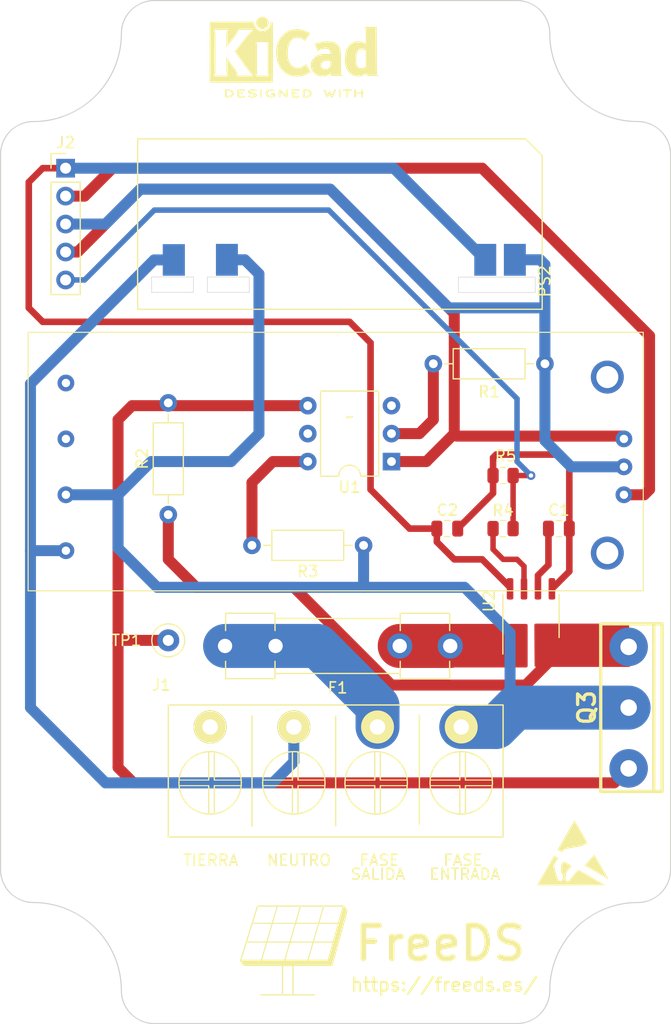
<source format=kicad_pcb>
(kicad_pcb (version 20221018) (generator pcbnew)
  (layers (0 "F.Cu" signal) (31 "B.Cu" signal) (34 "B.Paste" user) (35 "F.Paste" user) (36 "B.SilkS" user "B.Silkscreen") (37 "F.SilkS" user "F.Silkscreen") (38 "B.Mask" user) (39 "F.Mask" user) (44 "Edge.Cuts" user))
  (net 0 "")
  (net 1 "/Lout")
  (net 2 "/N")
  (net 3 "/Lin")
  (net 4 "/GND")
  (net 5 "/+5V")
  (net 6 "Net-(Q3-G)")
  (net 7 "/PWM")
  (net 10 "/3V3")
  (net 11 "Earth")
  (net 12 "/A2_FUSE")
  (net 13 "Net-(R1-Pad1)")
  (net 14 "Net-(R3-Pad2)")
  (net 17 "Net-(U2-FILTER)")
  (net 18 "Net-(U2-VIOUT)")
  (net 19 "Net-(F1-Pad2)")
  (net 20 "/EN")
  (footprint "TestPoint:TestPoint_Loop_D2.50mm_Drill1.0mm" (layer "F.Cu") (at 142.24 108.966)
    (fp_text reference "TP1" (at -3.81 0) (layer "F.SilkS"))
    (fp_text value "TestPoint_Probe" hide)
    (pad "1" thru_hole circle (at 0 0) (size 2 2) (drill 1) (layers "*.Cu" "*.Mask") (net 6 "Net-(Q3-G)"))
  )
  (footprint "Converter_ACDC:5V10W" (layer "F.Cu") (at 169.93 76.325 180)
    (fp_text reference "PS2" (at -6.58 0 90) (layer "F.SilkS"))
    (fp_text value "HLK-5M03" hide)
    (fp_line (start -5.715 -1.016) (end 1.27 -1.016) (stroke (width 0.05)) (layer "Edge.Cuts"))
    (fp_line (start -5.715 0.381) (end -5.715 -1.016) (stroke (width 0.05)) (layer "Edge.Cuts"))
    (fp_line (start 1.27 -1.016) (end 1.27 0.381) (stroke (width 0.05)) (layer "Edge.Cuts"))
    (fp_line (start 1.27 0.381) (end -5.715 0.381) (stroke (width 0.05)) (layer "Edge.Cuts"))
    (fp_line (start 20.32 -1.0033) (end 24.13 -1.0033) (stroke (width 0.05)) (layer "Edge.Cuts"))
    (fp_line (start 20.32 0.3937) (end 20.32 -1.0033) (stroke (width 0.05)) (layer "Edge.Cuts"))
    (fp_line (start 24.13 -1.0033) (end 24.13 0.3937) (stroke (width 0.05)) (layer "Edge.Cuts"))
    (fp_line (start 24.13 0.3937) (end 20.32 0.3937) (stroke (width 0.05)) (layer "Edge.Cuts"))
    (fp_line (start 25.4 -1.0033) (end 29.21 -1.0033) (stroke (width 0.05)) (layer "Edge.Cuts"))
    (fp_line (start 25.4 0.3937) (end 25.4 -1.0033) (stroke (width 0.05)) (layer "Edge.Cuts"))
    (fp_line (start 29.21 -1.0033) (end 29.21 0.3937) (stroke (width 0.05)) (layer "Edge.Cuts"))
    (fp_line (start 29.21 0.3937) (end 25.4 0.3937) (stroke (width 0.05)) (layer "Edge.Cuts"))
    (pad "1" smd rect (at 22.352 1.9565 180) (size 2 2.897) (layers "B.Cu" "B.Paste" "B.Mask") (net 3 "/Lin"))
    (pad "2" smd rect (at 27.186 1.9438 180) (size 2.016 2.8716) (layers "B.Cu" "B.Paste" "B.Mask") (net 2 "/N"))
    (pad "3" smd rect (at -3.8608 1.9565 180) (size 2 2.897) (layers "B.Cu" "B.Paste" "B.Mask") (net 4 "/GND"))
    (pad "4" smd rect (at -1.1684 1.9565 180) (size 2 2.897) (layers "B.Cu" "B.Paste" "B.Mask") (net 5 "/+5V"))
  )
  (footprint "Package_SO:SOIC-8_3.9x4.9mm_P1.27mm" (layer "F.Cu") (at 175.26 106.7562 90)
    (fp_text reference "U2" (at 1.3462 -3.81 90) (layer "F.SilkS"))
    (fp_text value "ACS712xLCTR-30A" hide)
    (pad "1" smd roundrect (at -2.475 -1.905 90) (size 1.95 0.6) (layers "F.Cu" "F.Paste" "F.Mask") (net 19 "Net-(F1-Pad2)"))
    (pad "2" smd roundrect (at -2.475 -0.635 90) (size 1.95 0.6) (layers "F.Cu" "F.Paste" "F.Mask") (net 19 "Net-(F1-Pad2)"))
    (pad "3" smd roundrect (at -2.475 0.635 90) (size 1.95 0.6) (layers "F.Cu" "F.Paste" "F.Mask") (net 12 "/A2_FUSE"))
    (pad "4" smd roundrect (at -2.475 1.905 90) (size 1.95 0.6) (layers "F.Cu" "F.Paste" "F.Mask") (net 12 "/A2_FUSE"))
    (pad "5" smd roundrect (at 2.475 1.905 90) (size 1.95 0.6) (layers "F.Cu" "F.Paste" "F.Mask") (net 4 "/GND"))
    (pad "6" smd roundrect (at 2.475 0.635 90) (size 1.95 0.6) (layers "F.Cu" "F.Paste" "F.Mask") (net 17 "Net-(U2-FILTER)"))
    (pad "7" smd roundrect (at 2.475 -0.635 90) (size 1.95 0.6) (layers "F.Cu" "F.Paste" "F.Mask") (net 18 "Net-(U2-VIOUT)"))
    (pad "8" smd roundrect (at 2.475 -1.905 90) (size 1.95 0.6) (layers "F.Cu" "F.Paste" "F.Mask") (net 5 "/+5V"))
  )
  (footprint "Symbol:ESD-Logo_6.6x6mm_SilkScreen" (layer "F.Cu") (at 179.07 128.27)
    (fp_text reference "REF**" hide)
    (fp_text value "ESD-Logo_6.6x6mm_SilkScreen" hide)
  )
  (footprint "MountingHole:MountingHole_3.2mm_M3" (layer "F.Cu") (at 171.45 57.785)
    (fp_text reference "H1" hide)
    (fp_text value "MountingHole")
    (pad "" np_thru_hole circle (at 0 0) (size 3.2 3.2) (drill 3.2) (layers "*.Cu" "*.Mask"))
  )
  (footprint "Resistor_SMD:R_0805_2012Metric" (layer "F.Cu") (at 172.72 98.806)
    (fp_text reference "R4" (at 0 -1.65) (layer "F.SilkS"))
    (fp_text value "1K")
    (pad "1" smd roundrect (at -0.9125 0) (size 1.025 1.4) (layers "F.Cu" "F.Paste" "F.Mask") (roundrect_rratio 0.243902439) (net 18 "Net-(U2-VIOUT)"))
    (pad "2" smd roundrect (at 0.9125 0) (size 1.025 1.4) (layers "F.Cu" "F.Paste" "F.Mask") (roundrect_rratio 0.243902439) (net 20 "/EN"))
  )
  (footprint "Package_DIP:DIP-6_W7.62mm" (layer "F.Cu") (at 162.56 92.71 180)
    (fp_text reference "U1" (at 3.81 -2.33 180) (layer "F.SilkS"))
    (fp_text value "MOC3041M")
    (pad "1" thru_hole rect (at 0 0 180) (size 1.6 1.6) (drill 0.8) (layers "*.Cu" "*.Mask") (net 7 "/PWM"))
    (pad "2" thru_hole oval (at 0 2.54 180) (size 1.6 1.6) (drill 0.8) (layers "*.Cu" "*.Mask") (net 13 "Net-(R1-Pad1)"))
    (pad "3" thru_hole oval (at 0 5.08 180) (size 1.6 1.6) (drill 0.8) (layers "*.Cu" "*.Mask"))
    (pad "4" thru_hole oval (at 7.62 5.08 180) (size 1.6 1.6) (drill 0.8) (layers "*.Cu" "*.Mask") (net 6 "Net-(Q3-G)"))
    (pad "5" thru_hole oval (at 7.62 2.54 180) (size 1.6 1.6) (drill 0.8) (layers "*.Cu" "*.Mask"))
    (pad "6" thru_hole oval (at 7.62 0 180) (size 1.6 1.6) (drill 0.8) (layers "*.Cu" "*.Mask") (net 14 "Net-(R3-Pad2)"))
  )
  (footprint "Connector_PinHeader_2.54mm:PinHeader_1x05_P2.54mm_Vertical" (layer "F.Cu") (at 132.8928 66.04)
    (fp_text reference "J2" (at 0 -2.33) (layer "F.SilkS"))
    (fp_text value "Conn_01x05")
    (pad "1" thru_hole rect (at 0 0) (size 1.7 1.7) (drill 1) (layers "*.Cu" "*.Mask") (net 5 "/+5V"))
    (pad "2" thru_hole oval (at 0 2.54) (size 1.7 1.7) (drill 1) (layers "*.Cu" "*.Mask") (net 10 "/3V3"))
    (pad "3" thru_hole oval (at 0 5.08) (size 1.7 1.7) (drill 1) (layers "*.Cu" "*.Mask") (net 4 "/GND"))
    (pad "4" thru_hole oval (at 0 7.62) (size 1.7 1.7) (drill 1) (layers "*.Cu" "*.Mask") (net 7 "/PWM"))
    (pad "5" thru_hole oval (at 0 10.16) (size 1.7 1.7) (drill 1) (layers "*.Cu" "*.Mask") (net 20 "/EN"))
  )
  (footprint "MountingHole:MountingHole_3.2mm_M3" (layer "F.Cu") (at 142.958 133.769)
    (fp_text reference "H2" hide)
    (fp_text value "MountingHole")
    (pad "" np_thru_hole circle (at 0 0) (size 3.2 3.2) (drill 3.2) (layers "*.Cu" "*.Mask"))
  )
  (footprint "Resistor_THT:R_Axial_DIN0207_L6.3mm_D2.5mm_P10.16mm_Horizontal" (layer "F.Cu") (at 166.37 83.82)
    (fp_text reference "R1" (at 5.08 2.54) (layer "F.SilkS"))
    (fp_text value "180R")
    (pad "1" thru_hole circle (at 0 0) (size 1.6 1.6) (drill 0.8) (layers "*.Cu" "*.Mask") (net 13 "Net-(R1-Pad1)"))
    (pad "2" thru_hole oval (at 10.16 0) (size 1.6 1.6) (drill 0.8) (layers "*.Cu" "*.Mask") (net 4 "/GND"))
  )
  (footprint "Connector_Phoenix_MC:KF7.62_4P" (layer "F.Cu") (at 161.29 116.84 180)
    (fp_text reference "J1" (at 19.685 3.81 unlocked) (layer "F.SilkS"))
    (fp_text value "Screw_Terminal_01x04")
    (pad "1" thru_hole circle (at -7.62 0 180) (size 3 3) (drill 1.4) (layers "*.Cu" "*.Mask" "F.SilkS") (net 3 "/Lin"))
    (pad "2" thru_hole circle (at 0 0 180) (size 3 3) (drill 1.4) (layers "*.Cu" "*.Mask" "F.SilkS") (net 1 "/Lout"))
    (pad "3" thru_hole circle (at 7.62 0 180) (size 3 3) (drill 1.4) (layers "*.Cu" "*.Mask" "F.SilkS") (net 2 "/N"))
    (pad "4" thru_hole circle (at 15.24 0 180) (size 3 3) (drill 1.4) (layers "*.Cu" "*.Mask" "F.SilkS") (net 11 "Earth"))
  )
  (footprint "Symbol:KiCad-Logo2_6mm_SilkScreen" (layer "F.Cu") (at 153.67 55.245)
    (fp_text reference "REF**" hide)
    (fp_text value "KiCad-Logo2_6mm_SilkScreen" hide)
  )
  (footprint "Resistor_THT:R_Axial_DIN0207_L6.3mm_D2.5mm_P10.16mm_Horizontal" (layer "F.Cu") (at 142.24 97.536 90)
    (fp_text reference "R2" (at 5.08 -2.37 90) (layer "F.SilkS"))
    (fp_text value "330R")
    (pad "1" thru_hole circle (at 0 0 90) (size 1.6 1.6) (drill 0.8) (layers "*.Cu" "*.Mask") (net 12 "/A2_FUSE"))
    (pad "2" thru_hole oval (at 10.16 0 90) (size 1.6 1.6) (drill 0.8) (layers "*.Cu" "*.Mask") (net 6 "Net-(Q3-G)"))
  )
  (footprint "Capacitor_SMD:C_0805_2012Metric" (layer "F.Cu") (at 177.8 98.806)
    (fp_text reference "C1" (at 0 -1.68) (layer "F.SilkS"))
    (fp_text value "1nF")
    (pad "1" smd roundrect (at -0.95 0) (size 1 1.45) (layers "F.Cu" "F.Paste" "F.Mask") (net 17 "Net-(U2-FILTER)"))
    (pad "2" smd roundrect (at 0.95 0) (size 1 1.45) (layers "F.Cu" "F.Paste" "F.Mask") (net 4 "/GND"))
  )
  (footprint "Resistor_SMD:R_0805_2012Metric" (layer "F.Cu") (at 172.72 93.98 180)
    (fp_text reference "R5" (at -0.2305 1.778) (layer "F.SilkS"))
    (fp_text value "2K")
    (pad "1" smd roundrect (at -0.9125 0 180) (size 1.025 1.4) (layers "F.Cu" "F.Paste" "F.Mask") (roundrect_rratio 0.243902439) (net 20 "/EN"))
    (pad "2" smd roundrect (at 0.9125 0 180) (size 1.025 1.4) (layers "F.Cu" "F.Paste" "F.Mask") (roundrect_rratio 0.243902439) (net 4 "/GND"))
  )
  (footprint "Resistor_THT:R_Axial_DIN0207_L6.3mm_D2.5mm_P10.16mm_Horizontal" (layer "F.Cu") (at 160.02 100.33 180)
    (fp_text reference "R3" (at 5.08 -2.37) (layer "F.SilkS"))
    (fp_text value "360R")
    (pad "1" thru_hole circle (at 0 0 180) (size 1.6 1.6) (drill 0.8) (layers "*.Cu" "*.Mask") (net 3 "/Lin"))
    (pad "2" thru_hole oval (at 10.16 0 180) (size 1.6 1.6) (drill 0.8) (layers "*.Cu" "*.Mask") (net 14 "Net-(R3-Pad2)"))
  )
  (footprint "Symbol:FreeDS" (layer "F.Cu") (at 153.67 137.16)
    (fp_text reference "FreeDS" (at 13.335 -0.635) (layer "F.SilkS") (effects (font (size 3 3) (thickness 0.5) bold)))
    (fp_text value "LOGO" hide)
  )
  (footprint "Fuse:Fuseholder_Clip-5x20mm_Littelfuse_100_Inline_P20.50x4.60mm_D1.30mm_Horizontal" (layer "F.Cu") (at 147.4078 109.474)
    (fp_text reference "F1" (at 10.25 3.81) (layer "F.SilkS"))
    (fp_text value "Fuse")
    (pad "1" thru_hole roundrect (at 0 0) (size 2.3 2.3) (drill 1.3) (layers "*.Cu" "*.Mask") (net 1 "/Lout"))
    (pad "1" thru_hole roundrect (at 4.6 0) (size 2.3 2.3) (drill 1.3) (layers "*.Cu" "*.Mask") (net 1 "/Lout"))
    (pad "2" thru_hole circle (at 15.9 0) (size 2.3 2.3) (drill 1.3) (layers "*.Cu" "*.Mask") (net 19 "Net-(F1-Pad2)"))
    (pad "2" thru_hole circle (at 20.5 0) (size 2.3 2.3) (drill 1.3) (layers "*.Cu" "*.Mask") (net 19 "Net-(F1-Pad2)"))
  )
  (footprint "Package_TO_SOT_THT:TOP3_Vertical" (layer "F.Cu") (at 184.15 115.08 -90)
    (fp_text reference "Q3" (at 0 3.81 90) (layer "F.SilkS") (effects (font (size 1.524 1.524) (thickness 0.3048))))
    (fp_text value "BTA26-600BW" hide)
    (pad "1" thru_hole circle (at -5.5245 0 270) (size 3.50012 3.50012) (drill 1.50114) (layers "*.Cu" "*.Mask") (net 12 "/A2_FUSE"))
    (pad "2" thru_hole circle (at 0 0 270) (size 3.50012 3.50012) (drill 1.50114) (layers "*.Cu" "*.Mask") (net 3 "/Lin"))
    (pad "3" thru_hole circle (at 5.5245 0 270) (size 3.50012 3.50012) (drill 1.50114) (layers "*.Cu" "*.Mask") (net 6 "Net-(Q3-G)"))
  )
  (footprint "Module:YYAC-3S PWM TRIAC" (layer "F.Cu") (at 154.94 93.03 180)
    (fp_text reference "U5" hide)
    (fp_text value "~" (at -3.81 4.384 unlocked) (layer "F.SilkS"))
    (pad "" np_thru_hole circle (at -27.27 -8 180) (size 3 3) (drill 2) (layers "*.Cu" "*.Mask"))
    (pad "" np_thru_hole circle (at -27.27 8 180) (size 3 3) (drill 2) (layers "*.Cu" "*.Mask"))
    (pad "1" thru_hole circle (at -28.78 -2.7 180) (size 1.524 1.524) (drill 0.762) (layers "*.Cu" "*.Mask") (net 10 "/3V3"))
    (pad "2" thru_hole circle (at -28.78 -0.16 180) (size 1.524 1.524) (drill 0.762) (layers "*.Cu" "*.Mask") (net 4 "/GND"))
    (pad "3" thru_hole circle (at -28.78 2.38 180) (size 1.524 1.524) (drill 0.762) (layers "*.Cu" "*.Mask") (net 7 "/PWM"))
    (pad "4" thru_hole circle (at 22.02 7.46 180) (size 1.524 1.524) (drill 0.762) (layers "*.Cu" "*.Mask"))
    (pad "5" thru_hole circle (at 22.02 2.38 180) (size 1.524 1.524) (drill 0.762) (layers "*.Cu" "*.Mask"))
    (pad "6" thru_hole circle (at 22.02 -2.7 180) (size 1.524 1.524) (drill 0.762) (layers "*.Cu" "*.Mask") (net 3 "/Lin"))
    (pad "7" thru_hole circle (at 22.02 -7.78 180) (size 1.524 1.524) (drill 0.762) (layers "*.Cu" "*.Mask") (net 2 "/N"))
  )
  (footprint "Capacitor_SMD:C_0805_2012Metric" (layer "F.Cu") (at 167.64 98.806)
    (fp_text reference "C2" (at 0 -1.68) (layer "F.SilkS"))
    (fp_text value "100nF")
    (pad "1" smd roundrect (at -0.95 0) (size 1 1.45) (layers "F.Cu" "F.Paste" "F.Mask") (net 5 "/+5V"))
    (pad "2" smd roundrect (at 0.95 0) (size 1 1.45) (layers "F.Cu" "F.Paste" "F.Mask") (net 4 "/GND"))
  )
  (gr_line (start 126.97 129.8) (end 126.97 64.8) (stroke (width 0.1)) (layer "Edge.Cuts"))
  (gr_arc (start 173.97 50.8) (mid 176.09132 51.67868) (end 176.97 53.8) (stroke (width 0.1)) (layer "Edge.Cuts"))
  (gr_arc (start 187.97 129.8) (mid 187.09132 131.92132) (end 184.97 132.8) (stroke (width 0.1)) (layer "Edge.Cuts"))
  (gr_arc (start 140.97 143.8) (mid 138.84868 142.92132) (end 137.97 140.8) (stroke (width 0.1)) (layer "Edge.Cuts"))
  (gr_line (start 187.97 129.8) (end 187.97 64.8) (stroke (width 0.1)) (layer "Edge.Cuts"))
  (gr_arc (start 184.97 61.8) (mid 187.09132 62.67868) (end 187.97 64.8) (stroke (width 0.1)) (layer "Edge.Cuts"))
  (gr_arc (start 137.97 53.8) (mid 135.626854 59.456854) (end 129.97 61.8) (stroke (width 0.1)) (layer "Edge.Cuts"))
  (gr_arc (start 129.97 132.8) (mid 127.84868 131.92132) (end 126.97 129.8) (stroke (width 0.1)) (layer "Edge.Cuts"))
  (gr_arc (start 176.97 140.8) (mid 176.09132 142.92132) (end 173.97 143.8) (stroke (width 0.1)) (layer "Edge.Cuts"))
  (gr_arc (start 126.97 64.8) (mid 127.84868 62.67868) (end 129.97 61.8) (stroke (width 0.1)) (layer "Edge.Cuts"))
  (gr_arc (start 129.97 132.8) (mid 135.626854 135.143146) (end 137.97 140.8) (stroke (width 0.1)) (layer "Edge.Cuts"))
  (gr_line (start 140.97 143.8) (end 173.97 143.8) (stroke (width 0.1)) (layer "Edge.Cuts"))
  (gr_arc (start 137.97 53.8) (mid 138.84868 51.67868) (end 140.97 50.8) (stroke (width 0.1)) (layer "Edge.Cuts"))
  (gr_arc (start 176.97 140.8) (mid 179.313146 135.143146) (end 184.97 132.8) (stroke (width 0.1)) (layer "Edge.Cuts"))
  (gr_arc (start 184.97 61.8) (mid 179.313146 59.456854) (end 176.97 53.8) (stroke (width 0.1)) (layer "Edge.Cuts"))
  (gr_line (start 173.97 50.8) (end 140.97 50.8) (stroke (width 0.1)) (layer "Edge.Cuts"))
  (gr_text "SALIDA" (at 158.75 130.81) (layer "F.SilkS") (effects (font (size 1 1)) (justify left bottom)))
  (gr_text "NEUTRO\n" (at 151.13 129.54) (layer "F.SilkS") (effects (font (size 1 1)) (justify left bottom)))
  (gr_text "FASE" (at 167.19 129.54) (layer "F.SilkS") (effects (font (size 1 1)) (justify left bottom)))
  (gr_text "https://freeds.es/" (at 158.75 140.97) (layer "F.SilkS") (effects (font (size 1.2 1.2) (thickness 0.2) bold) (justify left bottom)))
  (gr_text "TIERRA" (at 143.51 129.54) (layer "F.SilkS") (effects (font (size 1 1)) (justify left bottom)))
  (gr_text "ENTRADA" (at 165.92 130.81) (layer "F.SilkS") (effects (font (size 1 1)) (justify left bottom)))
  (gr_text "FASE\n" (at 159.57 129.54) (layer "F.SilkS") (effects (font (size 1 1)) (justify left bottom)))
  (segment (start 155.829 109.474) (end 161.29 114.935) (width 4) (layer "B.Cu") (net 1))
  (segment (start 152.0078 109.474) (end 155.829 109.474) (width 4) (layer "B.Cu") (net 1))
  (segment (start 152.0078 109.474) (end 147.4078 109.474) (width 4) (layer "B.Cu") (net 1))
  (segment (start 161.29 114.935) (end 161.29 116.84) (width 4) (layer "B.Cu") (net 1))
  (segment (start 129.695 115.09) (end 129.695 100.81) (width 1) (layer "B.Cu") (net 2))
  (segment (start 136.525 121.92) (end 129.695 115.09) (width 1) (layer "B.Cu") (net 2))
  (segment (start 153.67 116.84) (end 153.67 120.015) (width 1) (layer "B.Cu") (net 2))
  (segment (start 151.765 121.92) (end 136.525 121.92) (width 1) (layer "B.Cu") (net 2))
  (segment (start 129.695 100.81) (end 129.695 85.6388) (width 1) (layer "B.Cu") (net 2))
  (segment (start 129.695 85.6388) (end 140.9526 74.3812) (width 1) (layer "B.Cu") (net 2))
  (segment (start 140.9526 74.3812) (end 142.744 74.3812) (width 1) (layer "B.Cu") (net 2))
  (segment (start 132.92 100.81) (end 129.695 100.81) (width 1) (layer "B.Cu") (net 2))
  (segment (start 153.67 120.015) (end 151.765 121.92) (width 1) (layer "B.Cu") (net 2))
  (segment (start 184.15 115.08) (end 173.355 115.08) (width 1) (layer "B.Cu") (net 3))
  (segment (start 132.92 95.73) (end 137.668 95.73) (width 1) (layer "B.Cu") (net 3))
  (segment (start 141.224 104.14) (end 137.668 100.584) (width 1) (layer "B.Cu") (net 3))
  (segment (start 172.085 116.84) (end 168.91 116.84) (width 4) (layer "B.Cu") (net 3))
  (segment (start 173.845 115.08) (end 172.085 116.84) (width 4) (layer "B.Cu") (net 3))
  (segment (start 160.02 104.14) (end 160.02 100.33) (width 1) (layer "B.Cu") (net 3))
  (segment (start 184.15 115.08) (end 173.845 115.08) (width 4) (layer "B.Cu") (net 3))
  (segment (start 140.688 92.71) (end 147.955 92.71) (width 1) (layer "B.Cu") (net 3))
  (segment (start 150.495 90.17) (end 150.495 75.6505) (width 1) (layer "B.Cu") (net 3))
  (segment (start 137.668 95.73) (end 140.688 92.71) (width 1) (layer "B.Cu") (net 3))
  (segment (start 149.213 74.3685) (end 147.578 74.3685) (width 1) (layer "B.Cu") (net 3))
  (segment (start 169.2095 104.14) (end 141.224 104.14) (width 1) (layer "B.Cu") (net 3))
  (segment (start 173.355 115.08) (end 173.355 108.2855) (width 1) (layer "B.Cu") (net 3))
  (segment (start 147.955 92.71) (end 150.495 90.17) (width 1) (layer "B.Cu") (net 3))
  (segment (start 137.668 100.584) (end 137.668 95.73) (width 1) (layer "B.Cu") (net 3))
  (segment (start 150.495 75.6505) (end 149.213 74.3685) (width 1) (layer "B.Cu") (net 3))
  (segment (start 173.355 108.2855) (end 169.2095 104.14) (width 1) (layer "B.Cu") (net 3))
  (segment (start 178.75 98.806) (end 178.75 93.025) (width 0.6) (layer "F.Cu") (net 4))
  (segment (start 183.72 93.19) (end 178.75 93.19) (width 0.6) (layer "F.Cu") (net 4))
  (segment (start 171.8075 92.3525) (end 172.085 92.075) (width 0.6) (layer "F.Cu") (net 4))
  (segment (start 178.75 102.6962) (end 178.75 98.806) (width 0.6) (layer "F.Cu") (net 4))
  (segment (start 171.8075 93.98) (end 171.8075 92.3525) (width 0.6) (layer "F.Cu") (net 4))
  (segment (start 177.165 104.2812) (end 178.75 102.6962) (width 0.6) (layer "F.Cu") (net 4))
  (segment (start 171.8075 95.5885) (end 171.8075 93.98) (width 0.6) (layer "F.Cu") (net 4))
  (segment (start 178.75 93.025) (end 177.8 92.075) (width 0.6) (layer "F.Cu") (net 4))
  (segment (start 177.8 92.075) (end 172.085 92.075) (width 0.6) (layer "F.Cu") (net 4))
  (segment (start 168.59 98.806) (end 171.8075 95.5885) (width 0.6) (layer "F.Cu") (net 4))
  (segment (start 176.53 83.82) (end 176.53 90.805) (width 1) (layer "B.Cu") (net 4))
  (segment (start 176.53 83.82) (end 176.53 74.803) (width 1) (layer "B.Cu") (net 4))
  (segment (start 176.0955 74.3685) (end 173.7908 74.3685) (width 1) (layer "B.Cu") (net 4))
  (segment (start 139.7 67.945) (end 136.525 71.12) (width 1) (layer "B.Cu") (net 4))
  (segment (start 136.525 71.12) (end 132.8928 71.12) (width 1) (layer "B.Cu") (net 4))
  (segment (start 176.53 74.803) (end 176.0955 74.3685) (width 1) (layer "B.Cu") (net 4))
  (segment (start 178.915 93.19) (end 183.72 93.19) (width 1) (layer "B.Cu") (net 4))
  (segment (start 176.53 90.805) (end 178.915 93.19) (width 1) (layer "B.Cu") (net 4))
  (segment (start 176.53 78.74) (end 167.767 78.74) (width 1) (layer "B.Cu") (net 4))
  (segment (start 156.972 67.945) (end 139.7 67.945) (width 1) (layer "B.Cu") (net 4))
  (segment (start 167.767 78.74) (end 156.972 67.945) (width 1) (layer "B.Cu") (net 4))
  (segment (start 176.53 83.82) (end 176.53 78.74) (width 1) (layer "B.Cu") (net 4))
  (segment (start 130.81 66.04) (end 132.8928 66.04) (width 0.6) (layer "F.Cu") (net 5))
  (segment (start 129.54 78.74) (end 129.54 67.31) (width 0.6) (layer "F.Cu") (net 5))
  (segment (start 166.69 98.806) (end 164.211 98.806) (width 0.6) (layer "F.Cu") (net 5))
  (segment (start 168.275 101.6) (end 170.815 101.6) (width 0.6) (layer "F.Cu") (net 5))
  (segment (start 164.211 98.806) (end 160.655 95.25) (width 0.6) (layer "F.Cu") (net 5))
  (segment (start 170.815 101.6) (end 173.355 104.14) (width 0.6) (layer "F.Cu") (net 5))
  (segment (start 129.54 67.31) (end 130.81 66.04) (width 0.6) (layer "F.Cu") (net 5))
  (segment (start 160.655 81.915) (end 158.75 80.01) (width 0.6) (layer "F.Cu") (net 5))
  (segment (start 173.355 104.14) (end 173.355 104.2812) (width 0.6) (layer "F.Cu") (net 5))
  (segment (start 166.69 100.015) (end 168.275 101.6) (width 0.6) (layer "F.Cu") (net 5))
  (segment (start 158.75 80.01) (end 130.81 80.01) (width 0.6) (layer "F.Cu") (net 5))
  (segment (start 166.69 98.806) (end 166.69 100.015) (width 0.6) (layer "F.Cu") (net 5))
  (segment (start 130.81 80.01) (end 129.54 78.74) (width 0.6) (layer "F.Cu") (net 5))
  (segment (start 160.655 95.25) (end 160.655 81.915) (width 0.6) (layer "F.Cu") (net 5))
  (segment (start 162.7699 66.04) (end 132.8928 66.04) (width 1) (layer "B.Cu") (net 5))
  (segment (start 171.0984 74.3685) (end 162.7699 66.04) (width 1) (layer "B.Cu") (net 5))
  (segment (start 137.922 108.966) (end 137.668 109.22) (width 1) (layer "F.Cu") (net 6))
  (segment (start 137.668 109.22) (end 137.668 120.523) (width 1) (layer "F.Cu") (net 6))
  (segment (start 154.94 87.63) (end 138.938 87.63) (width 1) (layer "F.Cu") (net 6))
  (segment (start 139.065 121.92) (end 182.8345 121.92) (width 1) (layer "F.Cu") (net 6))
  (segment (start 137.668 88.9) (end 137.668 109.22) (width 1) (layer "F.Cu") (net 6))
  (segment (start 138.938 87.63) (end 137.668 88.9) (width 1) (layer "F.Cu") (net 6))
  (segment (start 182.8345 121.92) (end 184.15 120.6045) (width 1) (layer "F.Cu") (net 6))
  (segment (start 137.668 120.523) (end 139.065 121.92) (width 1) (layer "F.Cu") (net 6))
  (segment (start 142.24 108.966) (end 137.922 108.966) (width 1) (layer "F.Cu") (net 6))
  (segment (start 168.275 79.248) (end 156.972 67.945) (width 1) (layer "F.Cu") (net 7))
  (segment (start 168.275 90.17) (end 165.735 92.71) (width 1) (layer "F.Cu") (net 7))
  (segment (start 168.275 90.17) (end 168.501 90.396) (width 1) (layer "F.Cu") (net 7))
  (segment (start 156.972 67.945) (end 139.7 67.945) (width 1) (layer "F.Cu") (net 7))
  (segment (start 168.501 90.396) (end 183.466 90.396) (width 1) (layer "F.Cu") (net 7))
  (segment (start 168.275 90.17) (end 168.275 79.248) (width 1) (layer "F.Cu") (net 7))
  (segment (start 165.735 92.71) (end 162.56 92.71) (width 1) (layer "F.Cu") (net 7))
  (segment (start 139.7 67.945) (end 133.985 73.66) (width 1) (layer "F.Cu") (net 7))
  (segment (start 133.985 73.66) (end 132.8928 73.66) (width 1) (layer "F.Cu") (net 7))
  (segment (start 183.466 90.396) (end 183.72 90.65) (width 1) (layer "F.Cu") (net 7))
  (segment (start 137.16 66.04) (end 134.62 68.58) (width 1) (layer "F.Cu") (net 10))
  (segment (start 186.055 81.28) (end 170.815 66.04) (width 1) (layer "F.Cu") (net 10))
  (segment (start 134.62 68.58) (end 132.8928 68.58) (width 1) (layer "F.Cu") (net 10))
  (segment (start 185.575 95.73) (end 186.055 95.25) (width 1) (layer "F.Cu") (net 10))
  (segment (start 186.055 95.25) (end 186.055 81.28) (width 1) (layer "F.Cu") (net 10))
  (segment (start 170.815 66.04) (end 137.16 66.04) (width 1) (layer "F.Cu") (net 10))
  (segment (start 183.72 95.73) (end 185.575 95.73) (width 1) (layer "F.Cu") (net 10))
  (segment (start 142.24 97.536) (end 142.24 101.6) (width 1) (layer "F.Cu") (net 12))
  (segment (start 174.7774 113.03) (end 162.56 113.03) (width 1) (layer "F.Cu") (net 12))
  (segment (start 178.2519 109.5555) (end 184.15 109.5555) (width 1) (layer "F.Cu") (net 12))
  (segment (start 144.78 104.14) (end 153.67 104.14) (width 1) (layer "F.Cu") (net 12))
  (segment (start 183.8257 109.2312) (end 184.15 109.5555) (width 2) (layer "F.Cu") (net 12))
  (segment (start 142.24 101.6) (end 144.78 104.14) (width 1) (layer "F.Cu") (net 12))
  (segment (start 174.7774 113.03) (end 178.2519 109.5555) (width 1) (layer "F.Cu") (net 12))
  (segment (start 153.67 104.14) (end 162.56 113.03) (width 1) (layer "F.Cu") (net 12))
  (segment (start 165.1 90.17) (end 162.56 90.17) (width 1) (layer "F.Cu") (net 13))
  (segment (start 165.1 90.17) (end 166.37 88.9) (width 1) (layer "F.Cu") (net 13))
  (segment (start 166.37 88.9) (end 166.37 83.82) (width 1) (layer "F.Cu") (net 13))
  (segment (start 149.86 100.33) (end 149.86 94.615) (width 1) (layer "F.Cu") (net 14))
  (segment (start 149.86 94.615) (end 151.765 92.71) (width 1) (layer "F.Cu") (net 14))
  (segment (start 151.765 92.71) (end 154.94 92.71) (width 1) (layer "F.Cu") (net 14))
  (segment (start 176.85 102.108) (end 176.85 98.806) (width 0.6) (layer "F.Cu") (net 17))
  (segment (start 175.895 104.2812) (end 175.895 103.063) (width 0.6) (layer "F.Cu") (net 17))
  (segment (start 175.895 103.063) (end 176.85 102.108) (width 0.6) (layer "F.Cu") (net 17))
  (segment (start 171.8075 100.6875) (end 171.8075 98.806) (width 0.5) (layer "F.Cu") (net 18))
  (segment (start 172.72 101.6) (end 171.8075 100.6875) (width 0.5) (layer "F.Cu") (net 18))
  (segment (start 174.625 102.235) (end 174.625 104.2812) (width 0.5) (layer "F.Cu") (net 18))
  (segment (start 174.625 102.235) (end 173.99 101.6) (width 0.5) (layer "F.Cu") (net 18))
  (segment (start 173.99 101.6) (end 172.72 101.6) (width 0.5) (layer "F.Cu") (net 18))
  (segment (start 174.625 109.2312) (end 173.355 109.2312) (width 0.25) (layer "F.Cu") (net 19))
  (segment (start 173.355 109.2312) (end 168.1506 109.2312) (width 0.25) (layer "F.Cu") (net 19))
  (segment (start 167.9078 109.474) (end 163.3078 109.474) (width 4) (layer "F.Cu") (net 19))
  (segment (start 167.9078 107.5806) (end 167.9078 109.474) (width 0.25) (layer "F.Cu") (net 19))
  (segment (start 168.1506 109.2312) (end 167.9078 109.474) (width 0.25) (layer "F.Cu") (net 19))
  (segment (start 167.919 109.4852) (end 167.9078 109.474) (width 2) (layer "F.Cu") (net 19))
  (segment (start 173.6325 98.806) (end 173.6325 93.98) (width 0.5) (layer "F.Cu") (net 20))
  (segment (start 173.6325 93.98) (end 175.26 93.98) (width 0.5) (layer "F.Cu") (net 20))
  (via (at 175.26 93.98) (size 0.8) (drill 0.4) (layers "F.Cu" "B.Cu") (net 20))
  (segment (start 173.99 86.995) (end 156.845 69.85) (width 0.5) (layer "B.Cu") (net 20))
  (segment (start 134.62 76.2) (end 132.8928 76.2) (width 0.5) (layer "B.Cu") (net 20))
  (segment (start 140.97 69.85) (end 134.62 76.2) (width 0.5) (layer "B.Cu") (net 20))
  (segment (start 175.26 93.98) (end 173.99 92.71) (width 0.5) (layer "B.Cu") (net 20))
  (segment (start 173.99 92.71) (end 173.99 86.995) (width 0.5) (layer "B.Cu") (net 20))
  (segment (start 156.845 69.85) (end 140.97 69.85) (width 0.5) (layer "B.Cu") (net 20))
  (zone (net 12) (net_name "/A2_FUSE") (layer "F.Cu") (name "pista1") (connect_pads yes (clearance 0.508)) (min_thickness 0.25) (fill yes (thermal_gap 0.5) (thermal_bridge_width 0.5) (island_removal_mode 1) (island_area_min 10))
    (polygon (pts (xy 175.5648 107.442) (xy 175.5902 111.379) (xy 182.499 111.379) (xy 184.277 111.379) (xy 184.404 110.8964) (xy 185.5724 110.2106) (xy 184.2008 108.5596) (xy 184.2008 107.442)))
  )
  (zone (net 19) (net_name "Net-(F1-Pad2)") (layer "F.Cu") (name "pista2") (priority 1) (connect_pads yes (clearance 0.508)) (min_thickness 0.25) (fill yes (thermal_gap 0.5) (thermal_bridge_width 0.5) (island_removal_mode 1) (island_area_min 10))
    (polygon (pts (xy 166.4462 107.4674) (xy 174.9552 107.4674) (xy 174.9552 111.4298) (xy 168.0972 111.4298) (xy 169.672 109.855) (xy 169.2148 108.1786)))
  )
)
</source>
